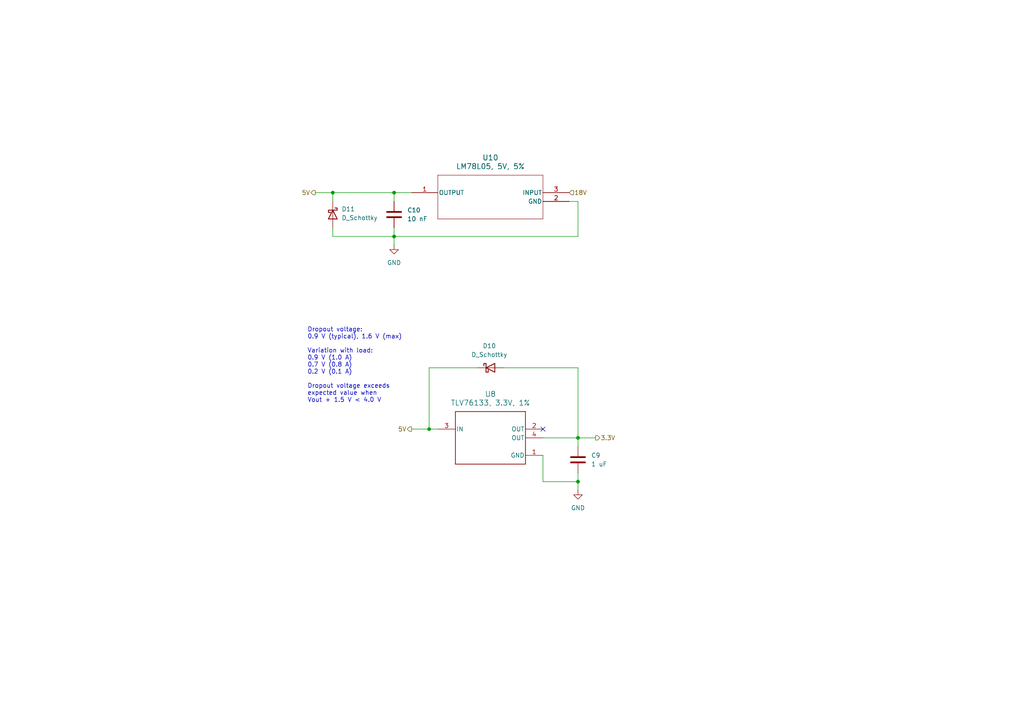
<source format=kicad_sch>
(kicad_sch (version 20250114) (generator "eeschema") (generator_version "9.0")
  (paper "A4")
  (lib_symbols
    (symbol "Device:C" (pin_numbers (hide yes)) (pin_names (offset 0.254))
      (property "Reference" "C" (at 0.635 2.54 0))
      (property "Value" "C" (at 0.635 -2.54 0))
      (symbol "C_0_1"
        (polyline (pts (xy -2.032 0.762) (xy 2.032 0.762)) (stroke (width 0.508)))
        (polyline (pts (xy -2.032 -0.762) (xy 2.032 -0.762)) (stroke (width 0.508)))
      )
      (symbol "C_1_1"
        (pin passive line (at 0 3.81 270) (length 2.794) (name "~") (number "1"))
        (pin passive line (at 0 -3.81 90) (length 2.794) (name "~") (number "2"))
      )
    )
    (symbol "Device:D_Schottky" (pin_numbers (hide yes)) (pin_names (offset 1.016) (hide yes))
      (property "Reference" "D" (at 0 2.54 0))
      (property "Value" "D_Schottky" (at 0 -2.54 0))
      (symbol "D_Schottky_0_1"
        (polyline (pts (xy -1.905 0.635) (xy -1.905 1.27) (xy -1.27 1.27) (xy -1.27 -1.27) (xy -0.635 -1.27) (xy -0.635 -0.635)) (stroke (width 0.254)))
        (polyline (pts (xy 1.27 1.27) (xy 1.27 -1.27) (xy -1.27 0) (xy 1.27 1.27)) (stroke (width 0.254)))
        (polyline (pts (xy 1.27 0) (xy -1.27 0)))
      )
      (symbol "D_Schottky_1_1"
        (pin passive line (at -3.81 0 0) (length 2.54) (name "K") (number "1"))
        (pin passive line (at 3.81 0 180) (length 2.54) (name "A") (number "2"))
      )
    )
    (symbol "LM78L:LM78L05ACZ_LFT1" (pin_names (offset 0.254))
      (property "Reference" "U" (at 22.86 10.16 0))
      (property "Value" "LM78L05ACZ/LFT1" (at 22.86 7.62 0))
      (symbol "LM78L05ACZ_LFT1_0_1"
        (polyline (pts (xy 7.62 5.08) (xy 7.62 -7.62)) (stroke (width 0.127)))
        (polyline (pts (xy 7.62 -7.62) (xy 38.1 -7.62)) (stroke (width 0.127)))
        (polyline (pts (xy 38.1 5.08) (xy 7.62 5.08)) (stroke (width 0.127)))
        (polyline (pts (xy 38.1 -7.62) (xy 38.1 5.08)) (stroke (width 0.127)))
        (pin output line (at 0 0 0) (length 7.62) (name "OUTPUT") (number "1"))
        (pin input line (at 45.72 0 180) (length 7.62) (name "INPUT") (number "3"))
        (pin power_in line (at 45.72 -2.54 180) (length 7.62) (name "GND") (number "2"))
      )
    )
    (symbol "TLV761:PTLV76118DCYR" (pin_names (offset 0.254))
      (property "Reference" "U" (at 0 2.54 0))
      (property "Value" "PTLV76118DCYR" (at 0 0 0))
      (symbol "PTLV76118DCYR_0_1"
        (polyline (pts (xy 3.81 3.81) (xy 3.81 -11.43)) (stroke (width 0.2032)))
        (polyline (pts (xy 3.81 -11.43) (xy 24.13 -11.43)) (stroke (width 0.2032)))
        (polyline (pts (xy 24.13 3.81) (xy 3.81 3.81)) (stroke (width 0.2032)))
        (polyline (pts (xy 24.13 -11.43) (xy 24.13 3.81)) (stroke (width 0.2032)))
        (pin power_in line (at -1.27 -1.27 0) (length 5.08) (name "IN") (number "3"))
        (pin power_in line (at 29.21 -1.27 180) (length 5.08) (name "OUT") (number "2"))
        (pin power_in line (at 29.21 -3.81 180) (length 5.08) (name "OUT") (number "4"))
        (pin power_in line (at 29.21 -8.89 180) (length 5.08) (name "GND") (number "1"))
      )
    )
    (symbol "power:GND" (power) (pin_numbers (hide yes)) (pin_names (offset 0) (hide yes))
      (property "Value" "GND" (at 0 -3.81 0))
      (symbol "GND_0_1"
        (polyline (pts (xy 0 0) (xy 0 -1.27) (xy 1.27 -1.27) (xy 0 -2.54) (xy -1.27 -1.27) (xy 0 -1.27)))
      )
      (symbol "GND_1_1"
        (pin power_in line (at 0 0 270) (length 0) (name "~") (number "1"))
      )
    )
  )
  (text "Dropout voltage:\n0.9 V (typical), 1.6 V (max)\n\nVariation with load:\n0.9 V (1.0 A)\n0.7 V (0.8 A)\n0.2 V (0.1 A)\n\nDropout voltage exceeds\nexpected value when\nVout + 1.5 V < 4.0 V" (at 89.154 105.918 0) (effects (font (size 1.27 1.27)) (justify left)))
  (junction (at 124.46 124.46))
  (junction (at 167.64 139.7))
  (junction (at 167.64 127))
  (junction (at 114.3 68.58))
  (junction (at 96.52 55.88))
  (junction (at 114.3 55.88))
  (no_connect (at 157.48 124.46))
  (wire (pts (xy 124.46 106.68) (xy 124.46 124.46)))
  (wire (pts (xy 165.1 58.42) (xy 167.64 58.42)))
  (wire (pts (xy 124.46 124.46) (xy 127 124.46)))
  (wire (pts (xy 167.64 127) (xy 167.64 129.54)))
  (wire (pts (xy 119.38 124.46) (xy 124.46 124.46)))
  (wire (pts (xy 167.64 139.7) (xy 157.48 139.7)))
  (wire (pts (xy 138.43 106.68) (xy 124.46 106.68)))
  (wire (pts (xy 96.52 55.88) (xy 96.52 58.42)))
  (wire (pts (xy 114.3 68.58) (xy 167.64 68.58)))
  (wire (pts (xy 157.48 127) (xy 167.64 127)))
  (wire (pts (xy 114.3 66.04) (xy 114.3 68.58)))
  (wire (pts (xy 119.38 55.88) (xy 114.3 55.88)))
  (wire (pts (xy 114.3 55.88) (xy 96.52 55.88)))
  (wire (pts (xy 167.64 137.16) (xy 167.64 139.7)))
  (wire (pts (xy 114.3 55.88) (xy 114.3 58.42)))
  (wire (pts (xy 96.52 66.04) (xy 96.52 68.58)))
  (wire (pts (xy 146.05 106.68) (xy 167.64 106.68)))
  (wire (pts (xy 91.44 55.88) (xy 96.52 55.88)))
  (wire (pts (xy 167.64 68.58) (xy 167.64 58.42)))
  (wire (pts (xy 157.48 132.08) (xy 157.48 139.7)))
  (wire (pts (xy 167.64 127) (xy 167.64 106.68)))
  (wire (pts (xy 167.64 127) (xy 172.72 127)))
  (wire (pts (xy 167.64 139.7) (xy 167.64 142.24)))
  (wire (pts (xy 114.3 68.58) (xy 114.3 71.12)))
  (wire (pts (xy 96.52 68.58) (xy 114.3 68.58)))
  (hierarchical_label "5V" (shape output) (at 119.38 124.46 180))
  (hierarchical_label "18V" (shape input) (at 165.1 55.88 0))
  (hierarchical_label "5V" (shape output) (at 91.44 55.88 180))
  (hierarchical_label "3.3V" (shape output) (at 172.72 127 0))
  (symbol (lib_id "LM78L:LM78L05ACZ_LFT1") (at 119.38 55.88 0) (unit 1)
    (property "Reference" "U10" (at 142.24 45.72 0) (effects (font (size 1.524 1.524))))
    (property "Value" "LM78L05, 5V, 5%" (at 142.24 48.26 0) (effects (font (size 1.524 1.524))))
    (property "Footprint" "LP3_TEX" (effects (hide yes)))
    (property "Datasheet" "https://www.ti.com/lit/gpn/lm78l" (effects (hide yes)))
  )
  (symbol (lib_id "Device:C") (at 114.3 62.23 0) (unit 1)
    (property "Reference" "C10" (at 118.11 60.9599 0) (effects (justify left)))
    (property "Value" "10 nF" (at 118.11 63.4999 0) (effects (justify left)))
    (property "Description" "Unpolarized capacitor" (effects (hide yes)))
  )
  (symbol (lib_id "Device:D_Schottky") (at 142.24 106.68 0) (unit 1)
    (property "Reference" "D10" (at 141.9225 100.33 0))
    (property "Value" "D_Schottky" (at 141.9225 102.87 0))
    (property "Description" "Schottky diode" (effects (hide yes)))
  )
  (symbol (lib_id "power:GND") (at 114.3 71.12 0) (unit 1)
    (property "Reference" "#PWR015" (effects (hide yes)))
    (property "Value" "GND" (at 114.3 76.2 0))
    (property "Description" "Power symbol creates a global label with name \"GND\" , ground" (effects (hide yes)))
  )
  (symbol (lib_id "power:GND") (at 167.64 142.24 0) (unit 1)
    (property "Reference" "#PWR014" (effects (hide yes)))
    (property "Value" "GND" (at 167.64 147.32 0))
    (property "Description" "Power symbol creates a global label with name \"GND\" , ground" (effects (hide yes)))
  )
  (symbol (lib_id "Device:D_Schottky") (at 96.52 62.23 270) (unit 1)
    (property "Reference" "D11" (at 99.06 60.6424 90) (effects (justify left)))
    (property "Value" "D_Schottky" (at 99.06 63.1824 90) (effects (justify left)))
    (property "Description" "Schottky diode" (effects (hide yes)))
  )
  (symbol (lib_id "Device:C") (at 167.64 133.35 0) (unit 1)
    (property "Reference" "C9" (at 171.45 132.0799 0) (effects (justify left)))
    (property "Value" "1 uF" (at 171.45 134.6199 0) (effects (justify left)))
    (property "Description" "Unpolarized capacitor" (effects (hide yes)))
  )
  (symbol (lib_id "TLV761:PTLV76118DCYR") (at 128.27 123.19 0) (unit 1)
    (property "Reference" "U8" (at 142.24 114.3 0) (effects (font (size 1.524 1.524))))
    (property "Value" "TLV76133, 3.3V, 1%" (at 142.24 116.84 0) (effects (font (size 1.524 1.524))))
    (property "Footprint" "DCY0004A-IPC_A" (effects (hide yes)))
    (property "Datasheet" "https://www.ti.com/lit/gpn/tlv761" (effects (hide yes)))
    (property "Purchase Link" "https://www.digikey.com/en/products/detail/texas-instruments/TLV76133DCYR/18716472" (effects (hide yes)))
  )
)
</source>
